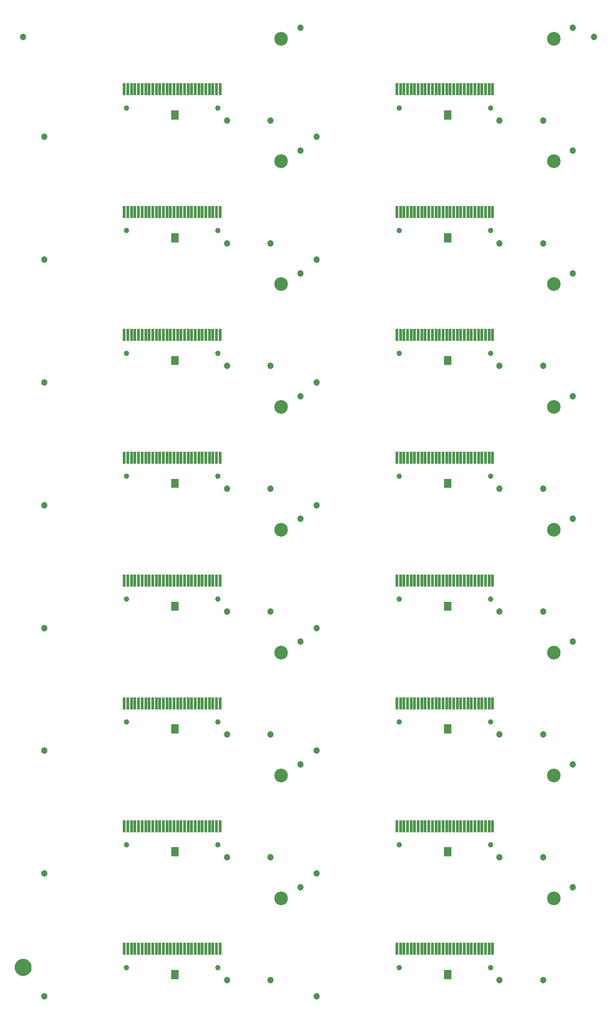
<source format=gbs>
G04 EAGLE Gerber RS-274X export*
G75*
%MOMM*%
%FSLAX34Y34*%
%LPD*%
%INSoldermask Bottom*%
%IPPOS*%
%AMOC8*
5,1,8,0,0,1.08239X$1,22.5*%
G01*
%ADD10R,0.553200X2.203200*%
%ADD11C,1.003200*%
%ADD12C,1.203200*%
%ADD13R,1.473200X0.838200*%
%ADD14C,2.503200*%
%ADD15C,1.270000*%
%ADD16C,1.703200*%


D10*
X335250Y97000D03*
X328750Y97000D03*
X322250Y97000D03*
X315750Y97000D03*
X309250Y97000D03*
X302750Y97000D03*
X296250Y97000D03*
X289750Y97000D03*
X283250Y97000D03*
X276750Y97000D03*
X270250Y97000D03*
X263750Y97000D03*
X257250Y97000D03*
X250750Y97000D03*
X244250Y97000D03*
X237750Y97000D03*
X231250Y97000D03*
X224750Y97000D03*
X218250Y97000D03*
X211750Y97000D03*
X205250Y97000D03*
X198750Y97000D03*
X192250Y97000D03*
X185750Y97000D03*
X179250Y97000D03*
X172750Y97000D03*
X166250Y97000D03*
X159750Y97000D03*
D11*
X163750Y63000D03*
X331250Y63000D03*
D12*
X12500Y10000D03*
X482500Y210000D03*
D13*
X252500Y45936D03*
X252500Y54064D03*
D14*
X447500Y190000D03*
D12*
X428000Y40000D03*
X348000Y40000D03*
D10*
X835325Y97000D03*
X828825Y97000D03*
X822325Y97000D03*
X815825Y97000D03*
X809325Y97000D03*
X802825Y97000D03*
X796325Y97000D03*
X789825Y97000D03*
X783325Y97000D03*
X776825Y97000D03*
X770325Y97000D03*
X763825Y97000D03*
X757325Y97000D03*
X750825Y97000D03*
X744325Y97000D03*
X737825Y97000D03*
X731325Y97000D03*
X724825Y97000D03*
X718325Y97000D03*
X711825Y97000D03*
X705325Y97000D03*
X698825Y97000D03*
X692325Y97000D03*
X685825Y97000D03*
X679325Y97000D03*
X672825Y97000D03*
X666325Y97000D03*
X659825Y97000D03*
D11*
X663825Y63000D03*
X831325Y63000D03*
D12*
X512575Y10000D03*
X982575Y210000D03*
D13*
X752575Y45936D03*
X752575Y54064D03*
D14*
X947575Y190000D03*
D12*
X928075Y40000D03*
X848075Y40000D03*
D10*
X335250Y322069D03*
X328750Y322069D03*
X322250Y322069D03*
X315750Y322069D03*
X309250Y322069D03*
X302750Y322069D03*
X296250Y322069D03*
X289750Y322069D03*
X283250Y322069D03*
X276750Y322069D03*
X270250Y322069D03*
X263750Y322069D03*
X257250Y322069D03*
X250750Y322069D03*
X244250Y322069D03*
X237750Y322069D03*
X231250Y322069D03*
X224750Y322069D03*
X218250Y322069D03*
X211750Y322069D03*
X205250Y322069D03*
X198750Y322069D03*
X192250Y322069D03*
X185750Y322069D03*
X179250Y322069D03*
X172750Y322069D03*
X166250Y322069D03*
X159750Y322069D03*
D11*
X163750Y288069D03*
X331250Y288069D03*
D12*
X12500Y235069D03*
X482500Y435069D03*
D13*
X252500Y271005D03*
X252500Y279133D03*
D14*
X447500Y415069D03*
D12*
X428000Y265069D03*
X348000Y265069D03*
D10*
X835325Y322069D03*
X828825Y322069D03*
X822325Y322069D03*
X815825Y322069D03*
X809325Y322069D03*
X802825Y322069D03*
X796325Y322069D03*
X789825Y322069D03*
X783325Y322069D03*
X776825Y322069D03*
X770325Y322069D03*
X763825Y322069D03*
X757325Y322069D03*
X750825Y322069D03*
X744325Y322069D03*
X737825Y322069D03*
X731325Y322069D03*
X724825Y322069D03*
X718325Y322069D03*
X711825Y322069D03*
X705325Y322069D03*
X698825Y322069D03*
X692325Y322069D03*
X685825Y322069D03*
X679325Y322069D03*
X672825Y322069D03*
X666325Y322069D03*
X659825Y322069D03*
D11*
X663825Y288069D03*
X831325Y288069D03*
D12*
X512575Y235069D03*
X982575Y435069D03*
D13*
X752575Y271005D03*
X752575Y279133D03*
D14*
X947575Y415069D03*
D12*
X928075Y265069D03*
X848075Y265069D03*
D10*
X335250Y547164D03*
X328750Y547164D03*
X322250Y547164D03*
X315750Y547164D03*
X309250Y547164D03*
X302750Y547164D03*
X296250Y547164D03*
X289750Y547164D03*
X283250Y547164D03*
X276750Y547164D03*
X270250Y547164D03*
X263750Y547164D03*
X257250Y547164D03*
X250750Y547164D03*
X244250Y547164D03*
X237750Y547164D03*
X231250Y547164D03*
X224750Y547164D03*
X218250Y547164D03*
X211750Y547164D03*
X205250Y547164D03*
X198750Y547164D03*
X192250Y547164D03*
X185750Y547164D03*
X179250Y547164D03*
X172750Y547164D03*
X166250Y547164D03*
X159750Y547164D03*
D11*
X163750Y513164D03*
X331250Y513164D03*
D12*
X12500Y460164D03*
X482500Y660164D03*
D13*
X252500Y496100D03*
X252500Y504228D03*
D14*
X447500Y640164D03*
D12*
X428000Y490164D03*
X348000Y490164D03*
D10*
X835325Y547164D03*
X828825Y547164D03*
X822325Y547164D03*
X815825Y547164D03*
X809325Y547164D03*
X802825Y547164D03*
X796325Y547164D03*
X789825Y547164D03*
X783325Y547164D03*
X776825Y547164D03*
X770325Y547164D03*
X763825Y547164D03*
X757325Y547164D03*
X750825Y547164D03*
X744325Y547164D03*
X737825Y547164D03*
X731325Y547164D03*
X724825Y547164D03*
X718325Y547164D03*
X711825Y547164D03*
X705325Y547164D03*
X698825Y547164D03*
X692325Y547164D03*
X685825Y547164D03*
X679325Y547164D03*
X672825Y547164D03*
X666325Y547164D03*
X659825Y547164D03*
D11*
X663825Y513164D03*
X831325Y513164D03*
D12*
X512575Y460164D03*
X982575Y660164D03*
D13*
X752575Y496100D03*
X752575Y504228D03*
D14*
X947575Y640164D03*
D12*
X928075Y490164D03*
X848075Y490164D03*
D10*
X335250Y772234D03*
X328750Y772234D03*
X322250Y772234D03*
X315750Y772234D03*
X309250Y772234D03*
X302750Y772234D03*
X296250Y772234D03*
X289750Y772234D03*
X283250Y772234D03*
X276750Y772234D03*
X270250Y772234D03*
X263750Y772234D03*
X257250Y772234D03*
X250750Y772234D03*
X244250Y772234D03*
X237750Y772234D03*
X231250Y772234D03*
X224750Y772234D03*
X218250Y772234D03*
X211750Y772234D03*
X205250Y772234D03*
X198750Y772234D03*
X192250Y772234D03*
X185750Y772234D03*
X179250Y772234D03*
X172750Y772234D03*
X166250Y772234D03*
X159750Y772234D03*
D11*
X163750Y738234D03*
X331250Y738234D03*
D12*
X12500Y685234D03*
X482500Y885234D03*
D13*
X252500Y721170D03*
X252500Y729298D03*
D14*
X447500Y865234D03*
D12*
X428000Y715234D03*
X348000Y715234D03*
D10*
X835325Y772234D03*
X828825Y772234D03*
X822325Y772234D03*
X815825Y772234D03*
X809325Y772234D03*
X802825Y772234D03*
X796325Y772234D03*
X789825Y772234D03*
X783325Y772234D03*
X776825Y772234D03*
X770325Y772234D03*
X763825Y772234D03*
X757325Y772234D03*
X750825Y772234D03*
X744325Y772234D03*
X737825Y772234D03*
X731325Y772234D03*
X724825Y772234D03*
X718325Y772234D03*
X711825Y772234D03*
X705325Y772234D03*
X698825Y772234D03*
X692325Y772234D03*
X685825Y772234D03*
X679325Y772234D03*
X672825Y772234D03*
X666325Y772234D03*
X659825Y772234D03*
D11*
X663825Y738234D03*
X831325Y738234D03*
D12*
X512575Y685234D03*
X982575Y885234D03*
D13*
X752575Y721170D03*
X752575Y729298D03*
D14*
X947575Y865234D03*
D12*
X928075Y715234D03*
X848075Y715234D03*
D10*
X335250Y997328D03*
X328750Y997328D03*
X322250Y997328D03*
X315750Y997328D03*
X309250Y997328D03*
X302750Y997328D03*
X296250Y997328D03*
X289750Y997328D03*
X283250Y997328D03*
X276750Y997328D03*
X270250Y997328D03*
X263750Y997328D03*
X257250Y997328D03*
X250750Y997328D03*
X244250Y997328D03*
X237750Y997328D03*
X231250Y997328D03*
X224750Y997328D03*
X218250Y997328D03*
X211750Y997328D03*
X205250Y997328D03*
X198750Y997328D03*
X192250Y997328D03*
X185750Y997328D03*
X179250Y997328D03*
X172750Y997328D03*
X166250Y997328D03*
X159750Y997328D03*
D11*
X163750Y963328D03*
X331250Y963328D03*
D12*
X12500Y910328D03*
X482500Y1110328D03*
D13*
X252500Y946264D03*
X252500Y954392D03*
D14*
X447500Y1090328D03*
D12*
X428000Y940328D03*
X348000Y940328D03*
D10*
X835325Y997328D03*
X828825Y997328D03*
X822325Y997328D03*
X815825Y997328D03*
X809325Y997328D03*
X802825Y997328D03*
X796325Y997328D03*
X789825Y997328D03*
X783325Y997328D03*
X776825Y997328D03*
X770325Y997328D03*
X763825Y997328D03*
X757325Y997328D03*
X750825Y997328D03*
X744325Y997328D03*
X737825Y997328D03*
X731325Y997328D03*
X724825Y997328D03*
X718325Y997328D03*
X711825Y997328D03*
X705325Y997328D03*
X698825Y997328D03*
X692325Y997328D03*
X685825Y997328D03*
X679325Y997328D03*
X672825Y997328D03*
X666325Y997328D03*
X659825Y997328D03*
D11*
X663825Y963328D03*
X831325Y963328D03*
D12*
X512575Y910328D03*
X982575Y1110328D03*
D13*
X752575Y946264D03*
X752575Y954392D03*
D14*
X947575Y1090328D03*
D12*
X928075Y940328D03*
X848075Y940328D03*
D10*
X335250Y1222398D03*
X328750Y1222398D03*
X322250Y1222398D03*
X315750Y1222398D03*
X309250Y1222398D03*
X302750Y1222398D03*
X296250Y1222398D03*
X289750Y1222398D03*
X283250Y1222398D03*
X276750Y1222398D03*
X270250Y1222398D03*
X263750Y1222398D03*
X257250Y1222398D03*
X250750Y1222398D03*
X244250Y1222398D03*
X237750Y1222398D03*
X231250Y1222398D03*
X224750Y1222398D03*
X218250Y1222398D03*
X211750Y1222398D03*
X205250Y1222398D03*
X198750Y1222398D03*
X192250Y1222398D03*
X185750Y1222398D03*
X179250Y1222398D03*
X172750Y1222398D03*
X166250Y1222398D03*
X159750Y1222398D03*
D11*
X163750Y1188398D03*
X331250Y1188398D03*
D12*
X12500Y1135398D03*
X482500Y1335398D03*
D13*
X252500Y1171334D03*
X252500Y1179462D03*
D14*
X447500Y1315398D03*
D12*
X428000Y1165398D03*
X348000Y1165398D03*
D10*
X835325Y1222398D03*
X828825Y1222398D03*
X822325Y1222398D03*
X815825Y1222398D03*
X809325Y1222398D03*
X802825Y1222398D03*
X796325Y1222398D03*
X789825Y1222398D03*
X783325Y1222398D03*
X776825Y1222398D03*
X770325Y1222398D03*
X763825Y1222398D03*
X757325Y1222398D03*
X750825Y1222398D03*
X744325Y1222398D03*
X737825Y1222398D03*
X731325Y1222398D03*
X724825Y1222398D03*
X718325Y1222398D03*
X711825Y1222398D03*
X705325Y1222398D03*
X698825Y1222398D03*
X692325Y1222398D03*
X685825Y1222398D03*
X679325Y1222398D03*
X672825Y1222398D03*
X666325Y1222398D03*
X659825Y1222398D03*
D11*
X663825Y1188398D03*
X831325Y1188398D03*
D12*
X512575Y1135398D03*
X982575Y1335398D03*
D13*
X752575Y1171334D03*
X752575Y1179462D03*
D14*
X947575Y1315398D03*
D12*
X928075Y1165398D03*
X848075Y1165398D03*
D10*
X335250Y1447493D03*
X328750Y1447493D03*
X322250Y1447493D03*
X315750Y1447493D03*
X309250Y1447493D03*
X302750Y1447493D03*
X296250Y1447493D03*
X289750Y1447493D03*
X283250Y1447493D03*
X276750Y1447493D03*
X270250Y1447493D03*
X263750Y1447493D03*
X257250Y1447493D03*
X250750Y1447493D03*
X244250Y1447493D03*
X237750Y1447493D03*
X231250Y1447493D03*
X224750Y1447493D03*
X218250Y1447493D03*
X211750Y1447493D03*
X205250Y1447493D03*
X198750Y1447493D03*
X192250Y1447493D03*
X185750Y1447493D03*
X179250Y1447493D03*
X172750Y1447493D03*
X166250Y1447493D03*
X159750Y1447493D03*
D11*
X163750Y1413493D03*
X331250Y1413493D03*
D12*
X12500Y1360493D03*
X482500Y1560493D03*
D13*
X252500Y1396429D03*
X252500Y1404557D03*
D14*
X447500Y1540493D03*
D12*
X428000Y1390493D03*
X348000Y1390493D03*
D10*
X835325Y1447493D03*
X828825Y1447493D03*
X822325Y1447493D03*
X815825Y1447493D03*
X809325Y1447493D03*
X802825Y1447493D03*
X796325Y1447493D03*
X789825Y1447493D03*
X783325Y1447493D03*
X776825Y1447493D03*
X770325Y1447493D03*
X763825Y1447493D03*
X757325Y1447493D03*
X750825Y1447493D03*
X744325Y1447493D03*
X737825Y1447493D03*
X731325Y1447493D03*
X724825Y1447493D03*
X718325Y1447493D03*
X711825Y1447493D03*
X705325Y1447493D03*
X698825Y1447493D03*
X692325Y1447493D03*
X685825Y1447493D03*
X679325Y1447493D03*
X672825Y1447493D03*
X666325Y1447493D03*
X659825Y1447493D03*
D11*
X663825Y1413493D03*
X831325Y1413493D03*
D12*
X512575Y1360493D03*
X982575Y1560493D03*
D13*
X752575Y1396429D03*
X752575Y1404557D03*
D14*
X947575Y1540493D03*
D12*
X928075Y1390493D03*
X848075Y1390493D03*
D10*
X335250Y1672562D03*
X328750Y1672562D03*
X322250Y1672562D03*
X315750Y1672562D03*
X309250Y1672562D03*
X302750Y1672562D03*
X296250Y1672562D03*
X289750Y1672562D03*
X283250Y1672562D03*
X276750Y1672562D03*
X270250Y1672562D03*
X263750Y1672562D03*
X257250Y1672562D03*
X250750Y1672562D03*
X244250Y1672562D03*
X237750Y1672562D03*
X231250Y1672562D03*
X224750Y1672562D03*
X218250Y1672562D03*
X211750Y1672562D03*
X205250Y1672562D03*
X198750Y1672562D03*
X192250Y1672562D03*
X185750Y1672562D03*
X179250Y1672562D03*
X172750Y1672562D03*
X166250Y1672562D03*
X159750Y1672562D03*
D11*
X163750Y1638562D03*
X331250Y1638562D03*
D12*
X12500Y1585562D03*
X482500Y1785562D03*
D13*
X252500Y1621498D03*
X252500Y1629626D03*
D14*
X447500Y1765562D03*
D12*
X428000Y1615562D03*
X348000Y1615562D03*
D10*
X835325Y1672562D03*
X828825Y1672562D03*
X822325Y1672562D03*
X815825Y1672562D03*
X809325Y1672562D03*
X802825Y1672562D03*
X796325Y1672562D03*
X789825Y1672562D03*
X783325Y1672562D03*
X776825Y1672562D03*
X770325Y1672562D03*
X763825Y1672562D03*
X757325Y1672562D03*
X750825Y1672562D03*
X744325Y1672562D03*
X737825Y1672562D03*
X731325Y1672562D03*
X724825Y1672562D03*
X718325Y1672562D03*
X711825Y1672562D03*
X705325Y1672562D03*
X698825Y1672562D03*
X692325Y1672562D03*
X685825Y1672562D03*
X679325Y1672562D03*
X672825Y1672562D03*
X666325Y1672562D03*
X659825Y1672562D03*
D11*
X663825Y1638562D03*
X831325Y1638562D03*
D12*
X512575Y1585562D03*
X982575Y1785562D03*
D13*
X752575Y1621498D03*
X752575Y1629626D03*
D14*
X947575Y1765562D03*
D12*
X928075Y1615562D03*
X848075Y1615562D03*
X-26238Y1768881D03*
X1021334Y1768881D03*
D15*
X-35293Y63500D02*
X-35290Y63722D01*
X-35282Y63944D01*
X-35268Y64166D01*
X-35249Y64388D01*
X-35225Y64608D01*
X-35195Y64829D01*
X-35160Y65048D01*
X-35119Y65267D01*
X-35073Y65484D01*
X-35022Y65700D01*
X-34965Y65915D01*
X-34903Y66129D01*
X-34836Y66340D01*
X-34764Y66551D01*
X-34686Y66759D01*
X-34604Y66965D01*
X-34516Y67169D01*
X-34424Y67372D01*
X-34326Y67571D01*
X-34224Y67768D01*
X-34117Y67963D01*
X-34005Y68155D01*
X-33888Y68344D01*
X-33767Y68531D01*
X-33641Y68714D01*
X-33511Y68894D01*
X-33376Y69071D01*
X-33238Y69244D01*
X-33095Y69414D01*
X-32947Y69581D01*
X-32796Y69744D01*
X-32641Y69903D01*
X-32482Y70058D01*
X-32319Y70209D01*
X-32152Y70357D01*
X-31982Y70500D01*
X-31809Y70638D01*
X-31632Y70773D01*
X-31452Y70903D01*
X-31269Y71029D01*
X-31082Y71150D01*
X-30893Y71267D01*
X-30701Y71379D01*
X-30506Y71486D01*
X-30309Y71588D01*
X-30110Y71686D01*
X-29907Y71778D01*
X-29703Y71866D01*
X-29497Y71948D01*
X-29289Y72026D01*
X-29078Y72098D01*
X-28867Y72165D01*
X-28653Y72227D01*
X-28438Y72284D01*
X-28222Y72335D01*
X-28005Y72381D01*
X-27786Y72422D01*
X-27567Y72457D01*
X-27346Y72487D01*
X-27126Y72511D01*
X-26904Y72530D01*
X-26682Y72544D01*
X-26460Y72552D01*
X-26238Y72555D01*
X-26016Y72552D01*
X-25794Y72544D01*
X-25572Y72530D01*
X-25350Y72511D01*
X-25130Y72487D01*
X-24909Y72457D01*
X-24690Y72422D01*
X-24471Y72381D01*
X-24254Y72335D01*
X-24038Y72284D01*
X-23823Y72227D01*
X-23609Y72165D01*
X-23398Y72098D01*
X-23187Y72026D01*
X-22979Y71948D01*
X-22773Y71866D01*
X-22569Y71778D01*
X-22366Y71686D01*
X-22167Y71588D01*
X-21970Y71486D01*
X-21775Y71379D01*
X-21583Y71267D01*
X-21394Y71150D01*
X-21207Y71029D01*
X-21024Y70903D01*
X-20844Y70773D01*
X-20667Y70638D01*
X-20494Y70500D01*
X-20324Y70357D01*
X-20157Y70209D01*
X-19994Y70058D01*
X-19835Y69903D01*
X-19680Y69744D01*
X-19529Y69581D01*
X-19381Y69414D01*
X-19238Y69244D01*
X-19100Y69071D01*
X-18965Y68894D01*
X-18835Y68714D01*
X-18709Y68531D01*
X-18588Y68344D01*
X-18471Y68155D01*
X-18359Y67963D01*
X-18252Y67768D01*
X-18150Y67571D01*
X-18052Y67372D01*
X-17960Y67169D01*
X-17872Y66965D01*
X-17790Y66759D01*
X-17712Y66551D01*
X-17640Y66340D01*
X-17573Y66129D01*
X-17511Y65915D01*
X-17454Y65700D01*
X-17403Y65484D01*
X-17357Y65267D01*
X-17316Y65048D01*
X-17281Y64829D01*
X-17251Y64608D01*
X-17227Y64388D01*
X-17208Y64166D01*
X-17194Y63944D01*
X-17186Y63722D01*
X-17183Y63500D01*
X-17186Y63278D01*
X-17194Y63056D01*
X-17208Y62834D01*
X-17227Y62612D01*
X-17251Y62392D01*
X-17281Y62171D01*
X-17316Y61952D01*
X-17357Y61733D01*
X-17403Y61516D01*
X-17454Y61300D01*
X-17511Y61085D01*
X-17573Y60871D01*
X-17640Y60660D01*
X-17712Y60449D01*
X-17790Y60241D01*
X-17872Y60035D01*
X-17960Y59831D01*
X-18052Y59628D01*
X-18150Y59429D01*
X-18252Y59232D01*
X-18359Y59037D01*
X-18471Y58845D01*
X-18588Y58656D01*
X-18709Y58469D01*
X-18835Y58286D01*
X-18965Y58106D01*
X-19100Y57929D01*
X-19238Y57756D01*
X-19381Y57586D01*
X-19529Y57419D01*
X-19680Y57256D01*
X-19835Y57097D01*
X-19994Y56942D01*
X-20157Y56791D01*
X-20324Y56643D01*
X-20494Y56500D01*
X-20667Y56362D01*
X-20844Y56227D01*
X-21024Y56097D01*
X-21207Y55971D01*
X-21394Y55850D01*
X-21583Y55733D01*
X-21775Y55621D01*
X-21970Y55514D01*
X-22167Y55412D01*
X-22366Y55314D01*
X-22569Y55222D01*
X-22773Y55134D01*
X-22979Y55052D01*
X-23187Y54974D01*
X-23398Y54902D01*
X-23609Y54835D01*
X-23823Y54773D01*
X-24038Y54716D01*
X-24254Y54665D01*
X-24471Y54619D01*
X-24690Y54578D01*
X-24909Y54543D01*
X-25130Y54513D01*
X-25350Y54489D01*
X-25572Y54470D01*
X-25794Y54456D01*
X-26016Y54448D01*
X-26238Y54445D01*
X-26460Y54448D01*
X-26682Y54456D01*
X-26904Y54470D01*
X-27126Y54489D01*
X-27346Y54513D01*
X-27567Y54543D01*
X-27786Y54578D01*
X-28005Y54619D01*
X-28222Y54665D01*
X-28438Y54716D01*
X-28653Y54773D01*
X-28867Y54835D01*
X-29078Y54902D01*
X-29289Y54974D01*
X-29497Y55052D01*
X-29703Y55134D01*
X-29907Y55222D01*
X-30110Y55314D01*
X-30309Y55412D01*
X-30506Y55514D01*
X-30701Y55621D01*
X-30893Y55733D01*
X-31082Y55850D01*
X-31269Y55971D01*
X-31452Y56097D01*
X-31632Y56227D01*
X-31809Y56362D01*
X-31982Y56500D01*
X-32152Y56643D01*
X-32319Y56791D01*
X-32482Y56942D01*
X-32641Y57097D01*
X-32796Y57256D01*
X-32947Y57419D01*
X-33095Y57586D01*
X-33238Y57756D01*
X-33376Y57929D01*
X-33511Y58106D01*
X-33641Y58286D01*
X-33767Y58469D01*
X-33888Y58656D01*
X-34005Y58845D01*
X-34117Y59037D01*
X-34224Y59232D01*
X-34326Y59429D01*
X-34424Y59628D01*
X-34516Y59831D01*
X-34604Y60035D01*
X-34686Y60241D01*
X-34764Y60449D01*
X-34836Y60660D01*
X-34903Y60871D01*
X-34965Y61085D01*
X-35022Y61300D01*
X-35073Y61516D01*
X-35119Y61733D01*
X-35160Y61952D01*
X-35195Y62171D01*
X-35225Y62392D01*
X-35249Y62612D01*
X-35268Y62834D01*
X-35282Y63056D01*
X-35290Y63278D01*
X-35293Y63500D01*
D16*
X-26238Y63500D03*
M02*

</source>
